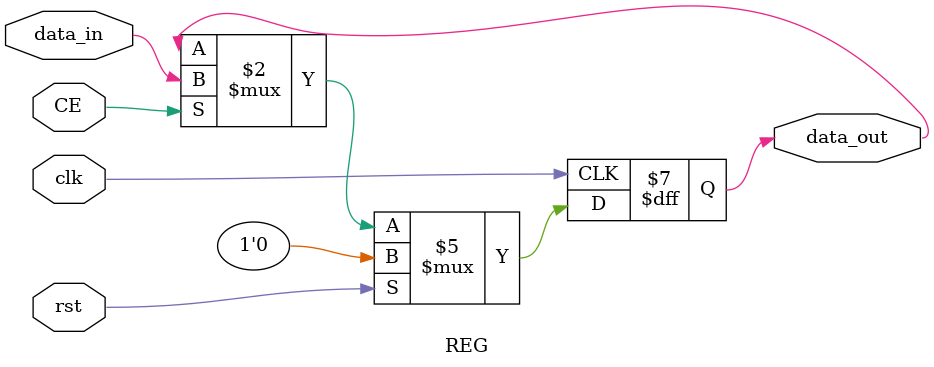
<source format=v>
module REG #(
    parameter WIDTH = 1, // Width of the register,
    parameter RSSTYPE = "SYNC"  // Default TYPE of reset
    )(
    input wire clk,CE,
    input wire rst,
    input wire [WIDTH-1:0] data_in,
    output reg [WIDTH-1:0] data_out
);
    generate
    if (RSSTYPE == "ASYNC") begin 
            always @(posedge clk or posedge rst) begin 
                if (rst)  
                    data_out <= {WIDTH{1'b0}}; 
                else if (CE) 
                    data_out <= data_in; 
            end 
        end 
        else begin // If -> RSTTYPE = "SYNC" 
            always @(posedge clk) begin 
                if (rst)  
                    data_out <= {WIDTH{1'b0}}; 
                else if (CE) 
                    data_out <= data_in;
        end
    end
    endgenerate

endmodule
</source>
